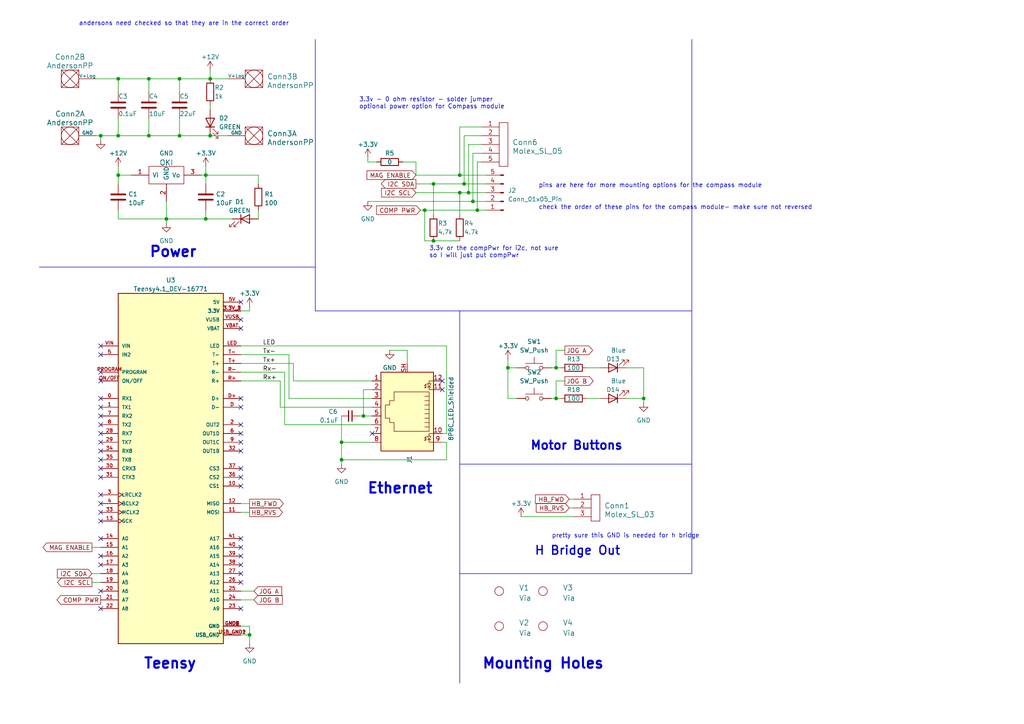
<source format=kicad_sch>
(kicad_sch (version 20230121) (generator eeschema)
  (paper "A4")
  (lib_symbols
    (symbol "Connector:8P8C_LED_Shielded" (pin_names (offset 1.016))
      (property "Reference" "J" (at -5.08 13.97 0))
      (property "Value" "8P8C_LED_Shielded" (at 1.27 13.97 0))
      (symbol "8P8C_LED_Shielded_0_1"
        (polyline (pts (xy -7.62 -7.62) (xy -6.35 -7.62)))
        (polyline (pts (xy -7.62 -5.08) (xy -6.35 -5.08)))
        (polyline (pts (xy -7.62 7.62) (xy -6.35 7.62)))
        (polyline (pts (xy -7.62 10.16) (xy -6.35 10.16)))
        (polyline (pts (xy -6.858 -5.842) (xy -5.842 -5.842)))
        (polyline (pts (xy -6.858 9.398) (xy -5.842 9.398)))
        (polyline (pts (xy -6.35 -7.62) (xy -6.35 -6.858)))
        (polyline (pts (xy -6.35 -5.08) (xy -6.35 -5.842)))
        (polyline (pts (xy -6.35 7.62) (xy -6.35 8.382)))
        (polyline (pts (xy -6.35 10.16) (xy -6.35 9.398)))
        (polyline (pts (xy -5.08 -6.223) (xy -5.207 -6.604)))
        (polyline (pts (xy -5.08 -5.588) (xy -5.207 -5.969)))
        (polyline (pts (xy -5.08 4.445) (xy -6.35 4.445)))
        (polyline (pts (xy -5.08 5.715) (xy -6.35 5.715)))
        (polyline (pts (xy -5.08 9.017) (xy -5.207 8.636)))
        (polyline (pts (xy -5.08 9.652) (xy -5.207 9.271)))
        (polyline (pts (xy -6.35 -3.175) (xy -5.08 -3.175) (xy -5.08 -3.175)))
        (polyline (pts (xy -6.35 -1.905) (xy -5.08 -1.905) (xy -5.08 -1.905)))
        (polyline (pts (xy -6.35 -0.635) (xy -5.08 -0.635) (xy -5.08 -0.635)))
        (polyline (pts (xy -6.35 0.635) (xy -5.08 0.635) (xy -5.08 0.635)))
        (polyline (pts (xy -6.35 1.905) (xy -5.08 1.905) (xy -5.08 1.905)))
        (polyline (pts (xy -5.588 -6.731) (xy -5.08 -6.223) (xy -5.461 -6.35)))
        (polyline (pts (xy -5.588 -6.096) (xy -5.08 -5.588) (xy -5.461 -5.715)))
        (polyline (pts (xy -5.588 8.509) (xy -5.08 9.017) (xy -5.461 8.89)))
        (polyline (pts (xy -5.588 9.144) (xy -5.08 9.652) (xy -5.461 9.525)))
        (polyline (pts (xy -5.08 3.175) (xy -6.35 3.175) (xy -6.35 3.175)))
        (polyline (pts (xy -6.35 -5.842) (xy -6.858 -6.858) (xy -5.842 -6.858) (xy -6.35 -5.842)))
        (polyline (pts (xy -6.35 9.398) (xy -6.858 8.382) (xy -5.842 8.382) (xy -6.35 9.398)))
        (polyline (pts (xy -6.35 -4.445) (xy -6.35 6.985) (xy 3.81 6.985) (xy 3.81 4.445) (xy 5.08 4.445) (xy 5.08 3.175) (xy 6.35 3.175) (xy 6.35 -0.635) (xy 5.08 -0.635) (xy 5.08 -1.905) (xy 3.81 -1.905) (xy 3.81 -4.445) (xy -6.35 -4.445) (xy -6.35 -4.445)))
        (rectangle (start 7.62 12.7) (end -7.62 -10.16) (stroke (width 0.254)) (fill (type background)))
      )
      (symbol "8P8C_LED_Shielded_1_1"
        (pin passive line (at 10.16 -7.62 180) (length 2.54) (name "~") (number "1"))
        (pin passive line (at -10.16 7.62 0) (length 2.54) (name "~") (number "10"))
        (pin passive line (at -10.16 -5.08 0) (length 2.54) (name "~") (number "11"))
        (pin passive line (at -10.16 -7.62 0) (length 2.54) (name "~") (number "12"))
        (pin passive line (at 10.16 -5.08 180) (length 2.54) (name "~") (number "2"))
        (pin passive line (at 10.16 -2.54 180) (length 2.54) (name "~") (number "3"))
        (pin passive line (at 10.16 0 180) (length 2.54) (name "~") (number "4"))
        (pin passive line (at 10.16 2.54 180) (length 2.54) (name "~") (number "5"))
        (pin passive line (at 10.16 5.08 180) (length 2.54) (name "~") (number "6"))
        (pin passive line (at 10.16 7.62 180) (length 2.54) (name "~") (number "7"))
        (pin passive line (at 10.16 10.16 180) (length 2.54) (name "~") (number "8"))
        (pin passive line (at -10.16 10.16 0) (length 2.54) (name "~") (number "9"))
        (pin passive line (at 0 -12.7 90) (length 2.54) (name "~") (number "SH"))
      )
    )
    (symbol "Connector:Conn_01x05_Pin" (pin_names (offset 1.016) hide)
      (property "Reference" "J" (at 0 7.62 0))
      (property "Value" "Conn_01x05_Pin" (at 0 -7.62 0))
      (symbol "Conn_01x05_Pin_1_1"
        (polyline (pts (xy 1.27 -5.08) (xy 0.8636 -5.08)) (stroke (width 0.1524)))
        (polyline (pts (xy 1.27 -2.54) (xy 0.8636 -2.54)) (stroke (width 0.1524)))
        (polyline (pts (xy 1.27 0) (xy 0.8636 0)) (stroke (width 0.1524)))
        (polyline (pts (xy 1.27 2.54) (xy 0.8636 2.54)) (stroke (width 0.1524)))
        (polyline (pts (xy 1.27 5.08) (xy 0.8636 5.08)) (stroke (width 0.1524)))
        (rectangle (start 0.8636 -4.953) (end 0 -5.207) (stroke (width 0.1524)) (fill (type outline)))
        (rectangle (start 0.8636 -2.413) (end 0 -2.667) (stroke (width 0.1524)) (fill (type outline)))
        (rectangle (start 0.8636 0.127) (end 0 -0.127) (stroke (width 0.1524)) (fill (type outline)))
        (rectangle (start 0.8636 2.667) (end 0 2.413) (stroke (width 0.1524)) (fill (type outline)))
        (rectangle (start 0.8636 5.207) (end 0 4.953) (stroke (width 0.1524)) (fill (type outline)))
        (pin passive line (at 5.08 5.08 180) (length 3.81) (name "Pin_1") (number "1"))
        (pin passive line (at 5.08 2.54 180) (length 3.81) (name "Pin_2") (number "2"))
        (pin passive line (at 5.08 0 180) (length 3.81) (name "Pin_3") (number "3"))
        (pin passive line (at 5.08 -2.54 180) (length 3.81) (name "Pin_4") (number "4"))
        (pin passive line (at 5.08 -5.08 180) (length 3.81) (name "Pin_5") (number "5"))
      )
    )
    (symbol "Device:C" (pin_numbers hide) (pin_names (offset 0.254))
      (property "Reference" "C" (at 0.635 2.54 0))
      (property "Value" "C" (at 0.635 -2.54 0))
      (symbol "C_0_1"
        (polyline (pts (xy -2.032 -0.762) (xy 2.032 -0.762)) (stroke (width 0.508)))
        (polyline (pts (xy -2.032 0.762) (xy 2.032 0.762)) (stroke (width 0.508)))
      )
      (symbol "C_1_1"
        (pin passive line (at 0 3.81 270) (length 2.794) (name "~") (number "1"))
        (pin passive line (at 0 -3.81 90) (length 2.794) (name "~") (number "2"))
      )
    )
    (symbol "Device:C_Small" (pin_numbers hide) (pin_names (offset 0.254) hide)
      (property "Reference" "C" (at 0.254 1.778 0))
      (property "Value" "C_Small" (at 0.254 -2.032 0))
      (symbol "C_Small_0_1"
        (polyline (pts (xy -1.524 -0.508) (xy 1.524 -0.508)) (stroke (width 0.3302)))
        (polyline (pts (xy -1.524 0.508) (xy 1.524 0.508)) (stroke (width 0.3048)))
      )
      (symbol "C_Small_1_1"
        (pin passive line (at 0 2.54 270) (length 2.032) (name "~") (number "1"))
        (pin passive line (at 0 -2.54 90) (length 2.032) (name "~") (number "2"))
      )
    )
    (symbol "Device:LED" (pin_numbers hide) (pin_names (offset 1.016) hide)
      (property "Reference" "D" (at 0 2.54 0))
      (property "Value" "LED" (at 0 -2.54 0))
      (symbol "LED_0_1"
        (polyline (pts (xy -1.27 -1.27) (xy -1.27 1.27)) (stroke (width 0.254)))
        (polyline (pts (xy -1.27 0) (xy 1.27 0)))
        (polyline (pts (xy 1.27 -1.27) (xy 1.27 1.27) (xy -1.27 0) (xy 1.27 -1.27)) (stroke (width 0.254)))
        (polyline (pts (xy -3.048 -0.762) (xy -4.572 -2.286) (xy -3.81 -2.286) (xy -4.572 -2.286) (xy -4.572 -1.524)))
        (polyline (pts (xy -1.778 -0.762) (xy -3.302 -2.286) (xy -2.54 -2.286) (xy -3.302 -2.286) (xy -3.302 -1.524)))
      )
      (symbol "LED_1_1"
        (pin passive line (at -3.81 0 0) (length 2.54) (name "K") (number "1"))
        (pin passive line (at 3.81 0 180) (length 2.54) (name "A") (number "2"))
      )
    )
    (symbol "Device:R" (pin_numbers hide) (pin_names (offset 0))
      (property "Reference" "R" (at 2.032 0 90))
      (property "Value" "R" (at 0 0 90))
      (symbol "R_0_1"
        (rectangle (start -1.016 -2.54) (end 1.016 2.54) (stroke (width 0.254)))
      )
      (symbol "R_1_1"
        (pin passive line (at 0 3.81 270) (length 1.27) (name "~") (number "1"))
        (pin passive line (at 0 -3.81 90) (length 1.27) (name "~") (number "2"))
      )
    )
    (symbol "MRDT_Connectors:AndersonPP" (pin_numbers hide) (pin_names (offset 0))
      (property "Reference" "Conn" (at 3.81 -1.27 0))
      (property "Value" "AndersonPP" (at 2.54 6.35 0))
      (symbol "AndersonPP_0_1"
        (polyline (pts (xy 0 5.08) (xy 5.08 0)))
        (polyline (pts (xy 5.08 5.08) (xy 0 0)))
        (rectangle (start 0 0) (end 5.08 5.08))
        (circle (center 2.54 2.54) (radius 2.54))
      )
      (symbol "AndersonPP_1_1"
        (pin input line (at 10.16 2.54 180) (length 5.08) (name "GND") (number "1"))
      )
      (symbol "AndersonPP_2_1"
        (pin input line (at 10.16 2.54 180) (length 5.08) (name "V+Log") (number "2"))
      )
      (symbol "AndersonPP_3_1"
        (pin input line (at 10.16 2.54 180) (length 5.08) (name "V+Act") (number "3"))
      )
      (symbol "AndersonPP_4_1"
        (pin input line (at 10.16 2.54 180) (length 5.08) (name "PV+") (number "4"))
      )
      (symbol "AndersonPP_5_1"
        (pin input line (at 10.16 2.54 180) (length 5.08) (name "~") (number "1"))
      )
    )
    (symbol "MRDT_Connectors:Molex_SL_03" (pin_names (offset 1.016))
      (property "Reference" "Conn" (at 3.81 -1.27 0))
      (property "Value" "Molex_SL_03" (at 1.27 8.89 0))
      (symbol "Molex_SL_03_0_1"
        (rectangle (start 0 7.62) (end 2.54 0))
      )
      (symbol "Molex_SL_03_1_1"
        (pin input line (at -5.08 6.35 0) (length 5.08) (name "~") (number "1"))
        (pin input line (at -5.08 3.81 0) (length 5.08) (name "~") (number "2"))
        (pin input line (at -5.08 1.27 0) (length 5.08) (name "~") (number "3"))
      )
    )
    (symbol "MRDT_Connectors:Molex_SL_05" (pin_names (offset 1.016))
      (property "Reference" "Conn" (at 3.81 -1.27 0))
      (property "Value" "Molex_SL_05" (at 1.27 13.97 0))
      (symbol "Molex_SL_05_0_1"
        (rectangle (start 0 12.7) (end 2.54 0))
      )
      (symbol "Molex_SL_05_1_1"
        (pin input line (at -5.08 11.43 0) (length 5.08) (name "~") (number "1"))
        (pin input line (at -5.08 8.89 0) (length 5.08) (name "~") (number "2"))
        (pin input line (at -5.08 6.35 0) (length 5.08) (name "~") (number "3"))
        (pin input line (at -5.08 3.81 0) (length 5.08) (name "~") (number "4"))
        (pin input line (at -5.08 1.27 0) (length 5.08) (name "~") (number "5"))
      )
    )
    (symbol "MRDT_Devices:OKI" (pin_names (offset 1.016))
      (property "Value" "OKI" (at 5.08 6.35 0))
      (symbol "OKI_0_1"
        (rectangle (start 0 0) (end 10.16 5.08))
      )
      (symbol "OKI_1_1"
        (pin input line (at -5.08 2.54 0) (length 5.08) (name "Vi") (number "1"))
        (pin output line (at 5.08 -5.08 90) (length 5.08) (name "GND") (number "2"))
        (pin output line (at 15.24 2.54 180) (length 5.08) (name "Vo") (number "3"))
      )
    )
    (symbol "MRDT_Drill_Holes:Via" (pin_names (offset 1.016))
      (property "Reference" "V" (at 0 -2.54 0))
      (property "Value" "Via" (at 0 2.54 0))
      (symbol "Via_0_1"
        (circle (center 0 0) (radius 1.27))
      )
      (symbol "Via_1_1"
        (pin input line (at 0 0 0) (length 5.08) hide (name "~") (number "1"))
      )
    )
    (symbol "MRDT_Shields:Teensy4.1_DEV-16771" (pin_names (offset 1.016))
      (property "Reference" "U" (at -15.24 52.07 0))
      (property "Value" "Teensy4.1_DEV-16771" (at -15.24 -53.34 0))
      (symbol "Teensy4.1_DEV-16771_0_0"
        (rectangle (start -15.24 -50.8) (end 15.24 50.8) (stroke (width 0.254)) (fill (type background)))
        (pin bidirectional line (at -20.32 20.32 0) (length 5.08) (name "RX1") (number "0"))
        (pin bidirectional line (at -20.32 17.78 0) (length 5.08) (name "TX1") (number "1"))
        (pin bidirectional line (at 20.32 -5.08 180) (length 5.08) (name "CS1") (number "10"))
        (pin bidirectional line (at 20.32 -12.7 180) (length 5.08) (name "MOSI") (number "11"))
        (pin bidirectional line (at 20.32 -10.16 180) (length 5.08) (name "MISO") (number "12"))
        (pin bidirectional clock (at -20.32 -15.24 0) (length 5.08) (name "SCK") (number "13"))
        (pin bidirectional line (at -20.32 -20.32 0) (length 5.08) (name "A0") (number "14"))
        (pin bidirectional line (at -20.32 -22.86 0) (length 5.08) (name "A1") (number "15"))
        (pin bidirectional line (at -20.32 -25.4 0) (length 5.08) (name "A2") (number "16"))
        (pin bidirectional line (at -20.32 -27.94 0) (length 5.08) (name "A3") (number "17"))
        (pin bidirectional line (at -20.32 -30.48 0) (length 5.08) (name "A4") (number "18"))
        (pin bidirectional line (at -20.32 -33.02 0) (length 5.08) (name "A5") (number "19"))
        (pin output line (at 20.32 12.7 180) (length 5.08) (name "OUT2") (number "2"))
        (pin bidirectional line (at -20.32 -35.56 0) (length 5.08) (name "A6") (number "20"))
        (pin bidirectional line (at -20.32 -38.1 0) (length 5.08) (name "A7") (number "21"))
        (pin bidirectional line (at -20.32 -40.64 0) (length 5.08) (name "A8") (number "22"))
        (pin bidirectional line (at 20.32 -40.64 180) (length 5.08) (name "A9") (number "23"))
        (pin bidirectional line (at 20.32 -38.1 180) (length 5.08) (name "A10") (number "24"))
        (pin bidirectional line (at 20.32 -35.56 180) (length 5.08) (name "A11") (number "25"))
        (pin bidirectional line (at 20.32 -33.02 180) (length 5.08) (name "A12") (number "26"))
        (pin bidirectional line (at 20.32 -30.48 180) (length 5.08) (name "A13") (number "27"))
        (pin bidirectional line (at -20.32 10.16 0) (length 5.08) (name "RX7") (number "28"))
        (pin bidirectional line (at -20.32 7.62 0) (length 5.08) (name "TX7") (number "29"))
        (pin bidirectional clock (at -20.32 -7.62 0) (length 5.08) (name "LRCLK2") (number "3"))
        (pin power_in line (at 20.32 45.72 180) (length 5.08) (name "3.3V") (number "3.3V_1"))
        (pin power_in line (at 20.32 45.72 180) (length 5.08) (name "3.3V") (number "3.3V_2"))
        (pin power_in line (at 20.32 45.72 180) (length 5.08) (name "3.3V") (number "3.3V_3"))
        (pin bidirectional line (at -20.32 0 0) (length 5.08) (name "CRX3") (number "30"))
        (pin bidirectional line (at -20.32 -2.54 0) (length 5.08) (name "CTX3") (number "31"))
        (pin output line (at 20.32 5.08 180) (length 5.08) (name "OUT1B") (number "32"))
        (pin bidirectional clock (at -20.32 -12.7 0) (length 5.08) (name "MCLK2") (number "33"))
        (pin bidirectional line (at -20.32 5.08 0) (length 5.08) (name "RX8") (number "34"))
        (pin bidirectional line (at -20.32 2.54 0) (length 5.08) (name "TX8") (number "35"))
        (pin bidirectional line (at 20.32 -2.54 180) (length 5.08) (name "CS2") (number "36"))
        (pin bidirectional line (at 20.32 0 180) (length 5.08) (name "CS3") (number "37"))
        (pin bidirectional line (at 20.32 -27.94 180) (length 5.08) (name "A14") (number "38"))
        (pin bidirectional line (at 20.32 -25.4 180) (length 5.08) (name "A15") (number "39"))
        (pin bidirectional clock (at -20.32 -10.16 0) (length 5.08) (name "BCLK2") (number "4"))
        (pin bidirectional line (at 20.32 -22.86 180) (length 5.08) (name "A16") (number "40"))
        (pin bidirectional line (at 20.32 -20.32 180) (length 5.08) (name "A17") (number "41"))
        (pin bidirectional line (at -20.32 33.02 0) (length 5.08) (name "IN2") (number "5"))
        (pin power_in line (at 20.32 48.26 180) (length 5.08) (name "5V") (number "5V"))
        (pin output line (at 20.32 10.16 180) (length 5.08) (name "OUT1D") (number "6"))
        (pin bidirectional line (at -20.32 15.24 0) (length 5.08) (name "RX2") (number "7"))
        (pin bidirectional line (at -20.32 12.7 0) (length 5.08) (name "TX2") (number "8"))
        (pin output line (at 20.32 7.62 180) (length 5.08) (name "OUT1C") (number "9"))
        (pin bidirectional line (at 20.32 17.78 180) (length 5.08) (name "D-") (number "D"))
        (pin bidirectional line (at 20.32 20.32 180) (length 5.08) (name "D+") (number "D+"))
        (pin power_in line (at 20.32 -45.72 180) (length 5.08) (name "GND") (number "GND1"))
        (pin power_in line (at 20.32 -45.72 180) (length 5.08) (name "GND") (number "GND2"))
        (pin power_in line (at 20.32 -45.72 180) (length 5.08) (name "GND") (number "GND3"))
        (pin power_in line (at 20.32 -45.72 180) (length 5.08) (name "GND") (number "GND4"))
        (pin power_in line (at 20.32 -45.72 180) (length 5.08) (name "GND") (number "GND5"))
        (pin bidirectional line (at 20.32 35.56 180) (length 5.08) (name "LED") (number "LED"))
        (pin bidirectional line (at -20.32 25.4 0) (length 5.08) (name "ON/OFF") (number "ON/OFF"))
        (pin bidirectional line (at -20.32 27.94 0) (length 5.08) (name "PROGRAM") (number "PROGRAM"))
        (pin bidirectional line (at 20.32 25.4 180) (length 5.08) (name "R+") (number "R+"))
        (pin bidirectional line (at 20.32 27.94 180) (length 5.08) (name "R-") (number "R-"))
        (pin bidirectional line (at 20.32 30.48 180) (length 5.08) (name "T+") (number "T+"))
        (pin bidirectional line (at 20.32 33.02 180) (length 5.08) (name "T-") (number "T-"))
        (pin power_in line (at 20.32 -48.26 180) (length 5.08) (name "USB_GND") (number "USB_GND1"))
        (pin power_in line (at 20.32 -48.26 180) (length 5.08) (name "USB_GND") (number "USB_GND2"))
        (pin passive line (at 20.32 40.64 180) (length 5.08) (name "VBAT") (number "VBAT"))
        (pin input line (at -20.32 35.56 0) (length 5.08) (name "VIN") (number "VIN"))
        (pin passive line (at 20.32 43.18 180) (length 5.08) (name "VUSB") (number "VUSB"))
      )
    )
    (symbol "Switch:SW_Push" (pin_numbers hide) (pin_names (offset 1.016) hide)
      (property "Reference" "SW" (at 1.27 2.54 0))
      (property "Value" "SW_Push" (at 0 -1.524 0))
      (symbol "SW_Push_0_1"
        (circle (center -2.032 0) (radius 0.508))
        (polyline (pts (xy 0 1.27) (xy 0 3.048)))
        (polyline (pts (xy 2.54 1.27) (xy -2.54 1.27)))
        (circle (center 2.032 0) (radius 0.508))
        (pin passive line (at -5.08 0 0) (length 2.54) (name "1") (number "1"))
        (pin passive line (at 5.08 0 180) (length 2.54) (name "2") (number "2"))
      )
    )
    (symbol "power:+12V" (power) (pin_names (offset 0))
      (property "Value" "+12V" (at 0 3.556 0))
      (symbol "+12V_0_1"
        (polyline (pts (xy -0.762 1.27) (xy 0 2.54)))
        (polyline (pts (xy 0 0) (xy 0 2.54)))
        (polyline (pts (xy 0 2.54) (xy 0.762 1.27)))
      )
      (symbol "+12V_1_1"
        (pin power_in line (at 0 0 90) (length 0) hide (name "+12V") (number "1"))
      )
    )
    (symbol "power:+3.3V" (power) (pin_names (offset 0))
      (property "Value" "+3.3V" (at 0 3.556 0))
      (symbol "+3.3V_0_1"
        (polyline (pts (xy -0.762 1.27) (xy 0 2.54)))
        (polyline (pts (xy 0 0) (xy 0 2.54)))
        (polyline (pts (xy 0 2.54) (xy 0.762 1.27)))
      )
      (symbol "+3.3V_1_1"
        (pin power_in line (at 0 0 90) (length 0) hide (name "+3.3V") (number "1"))
      )
    )
    (symbol "power:GND" (power) (pin_names (offset 0))
      (property "Value" "GND" (at 0 -3.81 0))
      (symbol "GND_0_1"
        (polyline (pts (xy 0 0) (xy 0 -1.27) (xy 1.27 -1.27) (xy 0 -2.54) (xy -1.27 -1.27) (xy 0 -1.27)))
      )
      (symbol "GND_1_1"
        (pin power_in line (at 0 0 270) (length 0) hide (name "GND") (number "1"))
      )
    )
  )
  (junction (at 134.62 53.34))
  (junction (at 125.73 53.34))
  (junction (at 52.07 39.37))
  (junction (at 161.29 106.68))
  (junction (at 34.29 22.86))
  (junction (at 34.29 39.37))
  (junction (at 133.35 50.8))
  (junction (at 60.96 39.37))
  (junction (at 59.69 50.8))
  (junction (at 125.73 69.85))
  (junction (at 137.16 58.42))
  (junction (at 135.89 55.88))
  (junction (at 52.07 22.86))
  (junction (at 43.18 39.37))
  (junction (at 60.96 22.86))
  (junction (at 161.29 115.57))
  (junction (at 34.29 50.8))
  (junction (at 133.35 55.88))
  (junction (at 105.41 120.65))
  (junction (at 138.43 60.96))
  (junction (at 29.21 39.37))
  (junction (at 99.06 128.27))
  (junction (at 99.06 133.35))
  (junction (at 123.19 60.96))
  (junction (at 72.39 184.15))
  (junction (at 43.18 22.86))
  (junction (at 147.32 106.68))
  (junction (at 186.69 115.57))
  (junction (at 59.69 63.5))
  (junction (at 48.26 63.5))
  (no_connect (at 29.21 102.87))
  (no_connect (at 29.21 107.95))
  (no_connect (at 29.21 110.49))
  (no_connect (at 29.21 120.65))
  (no_connect (at 29.21 123.19))
  (no_connect (at 29.21 135.89))
  (no_connect (at 29.21 138.43))
  (no_connect (at 29.21 143.51))
  (no_connect (at 29.21 146.05))
  (no_connect (at 29.21 148.59))
  (no_connect (at 29.21 100.33))
  (no_connect (at 29.21 156.21))
  (no_connect (at 29.21 151.13))
  (no_connect (at 29.21 115.57))
  (no_connect (at 29.21 171.45))
  (no_connect (at 29.21 161.29))
  (no_connect (at 69.85 176.53))
  (no_connect (at 29.21 130.81))
  (no_connect (at 29.21 163.83))
  (no_connect (at 29.21 133.35))
  (no_connect (at 107.95 125.73))
  (no_connect (at 29.21 118.11))
  (no_connect (at 69.85 92.71))
  (no_connect (at 69.85 87.63))
  (no_connect (at 69.85 130.81))
  (no_connect (at 69.85 135.89))
  (no_connect (at 69.85 138.43))
  (no_connect (at 69.85 140.97))
  (no_connect (at 69.85 115.57))
  (no_connect (at 69.85 118.11))
  (no_connect (at 69.85 123.19))
  (no_connect (at 69.85 125.73))
  (no_connect (at 69.85 128.27))
  (no_connect (at 69.85 95.25))
  (no_connect (at 69.85 156.21))
  (no_connect (at 69.85 163.83))
  (no_connect (at 69.85 166.37))
  (no_connect (at 69.85 168.91))
  (no_connect (at 69.85 158.75))
  (no_connect (at 69.85 161.29))
  (no_connect (at 29.21 125.73))
  (no_connect (at 29.21 176.53))
  (no_connect (at 29.21 128.27))
  (no_connect (at 128.27 110.49))
  (no_connect (at 128.27 113.03))
  (wire (pts (xy 128.27 128.27) (xy 129.54 128.27)))
  (wire (pts (xy 83.82 102.87) (xy 83.82 115.57)))
  (wire (pts (xy 138.43 60.96) (xy 140.97 60.96)))
  (polyline (pts (xy 200.66 107.95) (xy 200.66 166.37)))
  (wire (pts (xy 161.29 101.6) (xy 163.83 101.6)))
  (wire (pts (xy 120.65 50.8) (xy 133.35 50.8)))
  (wire (pts (xy 134.62 53.34) (xy 140.97 53.34)))
  (wire (pts (xy 59.69 60.96) (xy 59.69 63.5)))
  (wire (pts (xy 52.07 34.29) (xy 52.07 39.37)))
  (wire (pts (xy 165.1 144.78) (xy 166.37 144.78)))
  (wire (pts (xy 121.92 60.96) (xy 123.19 60.96)))
  (wire (pts (xy 34.29 50.8) (xy 34.29 53.34)))
  (wire (pts (xy 135.89 41.91) (xy 135.89 55.88)))
  (wire (pts (xy 133.35 55.88) (xy 133.35 62.23)))
  (wire (pts (xy 34.29 63.5) (xy 48.26 63.5)))
  (wire (pts (xy 120.65 53.34) (xy 125.73 53.34)))
  (polyline (pts (xy 133.35 107.95) (xy 133.35 111.76)))
  (polyline (pts (xy 133.35 90.17) (xy 133.35 107.95)))
  (wire (pts (xy 137.16 44.45) (xy 139.7 44.45)))
  (wire (pts (xy 118.11 101.6) (xy 118.11 105.41)))
  (wire (pts (xy 181.61 115.57) (xy 186.69 115.57)))
  (wire (pts (xy 170.18 106.68) (xy 173.99 106.68)))
  (wire (pts (xy 69.85 105.41) (xy 85.09 105.41)))
  (wire (pts (xy 85.09 110.49) (xy 107.95 110.49)))
  (wire (pts (xy 123.19 69.85) (xy 125.73 69.85)))
  (wire (pts (xy 83.82 115.57) (xy 107.95 115.57)))
  (wire (pts (xy 85.09 105.41) (xy 85.09 110.49)))
  (wire (pts (xy 52.07 39.37) (xy 60.96 39.37)))
  (wire (pts (xy 128.27 125.73) (xy 129.54 125.73)))
  (wire (pts (xy 74.93 53.34) (xy 74.93 50.8)))
  (wire (pts (xy 59.69 50.8) (xy 74.93 50.8)))
  (wire (pts (xy 69.85 100.33) (xy 129.54 100.33)))
  (wire (pts (xy 99.06 128.27) (xy 107.95 128.27)))
  (wire (pts (xy 123.19 60.96) (xy 123.19 69.85)))
  (wire (pts (xy 82.55 107.95) (xy 82.55 123.19)))
  (wire (pts (xy 137.16 44.45) (xy 137.16 58.42)))
  (wire (pts (xy 138.43 46.99) (xy 139.7 46.99)))
  (polyline (pts (xy 91.44 57.15) (xy 91.44 11.43)))
  (wire (pts (xy 43.18 34.29) (xy 43.18 39.37)))
  (wire (pts (xy 125.73 69.85) (xy 133.35 69.85)))
  (wire (pts (xy 60.96 20.32) (xy 60.96 22.86)))
  (wire (pts (xy 48.26 63.5) (xy 59.69 63.5)))
  (wire (pts (xy 81.28 118.11) (xy 107.95 118.11)))
  (wire (pts (xy 149.86 106.68) (xy 147.32 106.68)))
  (wire (pts (xy 134.62 39.37) (xy 139.7 39.37)))
  (wire (pts (xy 165.1 147.32) (xy 166.37 147.32)))
  (wire (pts (xy 34.29 22.86) (xy 34.29 26.67)))
  (wire (pts (xy 186.69 116.84) (xy 186.69 115.57)))
  (polyline (pts (xy 11.43 77.47) (xy 91.44 77.47)))
  (polyline (pts (xy 91.44 77.47) (xy 91.44 90.17)))
  (wire (pts (xy 134.62 39.37) (xy 134.62 53.34)))
  (wire (pts (xy 29.21 40.64) (xy 29.21 39.37)))
  (wire (pts (xy 58.42 50.8) (xy 59.69 50.8)))
  (wire (pts (xy 151.13 149.86) (xy 166.37 149.86)))
  (wire (pts (xy 106.68 46.99) (xy 109.22 46.99)))
  (wire (pts (xy 26.67 166.37) (xy 29.21 166.37)))
  (wire (pts (xy 34.29 34.29) (xy 34.29 39.37)))
  (wire (pts (xy 52.07 22.86) (xy 60.96 22.86)))
  (wire (pts (xy 161.29 106.68) (xy 162.56 106.68)))
  (wire (pts (xy 161.29 115.57) (xy 161.29 110.49)))
  (wire (pts (xy 125.73 53.34) (xy 125.73 62.23)))
  (polyline (pts (xy 91.44 57.15) (xy 91.44 77.47)))
  (wire (pts (xy 82.55 123.19) (xy 107.95 123.19)))
  (wire (pts (xy 161.29 115.57) (xy 162.56 115.57)))
  (wire (pts (xy 170.18 115.57) (xy 173.99 115.57)))
  (wire (pts (xy 106.68 58.42) (xy 137.16 58.42)))
  (wire (pts (xy 69.85 90.17) (xy 72.39 90.17)))
  (wire (pts (xy 161.29 110.49) (xy 163.83 110.49)))
  (wire (pts (xy 72.39 146.05) (xy 69.85 146.05)))
  (wire (pts (xy 133.35 55.88) (xy 135.89 55.88)))
  (wire (pts (xy 120.65 46.99) (xy 116.84 46.99)))
  (wire (pts (xy 105.41 113.03) (xy 105.41 120.65)))
  (wire (pts (xy 133.35 36.83) (xy 139.7 36.83)))
  (wire (pts (xy 72.39 184.15) (xy 72.39 181.61)))
  (wire (pts (xy 26.67 168.91) (xy 29.21 168.91)))
  (wire (pts (xy 135.89 55.88) (xy 140.97 55.88)))
  (wire (pts (xy 38.1 50.8) (xy 34.29 50.8)))
  (wire (pts (xy 133.35 50.8) (xy 140.97 50.8)))
  (polyline (pts (xy 91.44 90.17) (xy 200.66 90.17)))
  (wire (pts (xy 59.69 50.8) (xy 59.69 53.34)))
  (polyline (pts (xy 200.66 11.43) (xy 200.66 107.95)))
  (wire (pts (xy 43.18 22.86) (xy 43.18 26.67)))
  (wire (pts (xy 27.94 22.86) (xy 34.29 22.86)))
  (wire (pts (xy 138.43 46.99) (xy 138.43 60.96)))
  (wire (pts (xy 129.54 128.27) (xy 129.54 133.35)))
  (wire (pts (xy 160.02 115.57) (xy 161.29 115.57)))
  (wire (pts (xy 181.61 106.68) (xy 186.69 106.68)))
  (wire (pts (xy 69.85 102.87) (xy 83.82 102.87)))
  (wire (pts (xy 43.18 39.37) (xy 52.07 39.37)))
  (wire (pts (xy 72.39 181.61) (xy 69.85 181.61)))
  (wire (pts (xy 123.19 60.96) (xy 138.43 60.96)))
  (wire (pts (xy 147.32 106.68) (xy 147.32 115.57)))
  (wire (pts (xy 133.35 36.83) (xy 133.35 50.8)))
  (wire (pts (xy 59.69 63.5) (xy 67.31 63.5)))
  (wire (pts (xy 137.16 58.42) (xy 140.97 58.42)))
  (wire (pts (xy 74.93 60.96) (xy 74.93 63.5)))
  (wire (pts (xy 72.39 184.15) (xy 69.85 184.15)))
  (wire (pts (xy 147.32 104.14) (xy 147.32 106.68)))
  (wire (pts (xy 66.04 22.86) (xy 60.96 22.86)))
  (wire (pts (xy 59.69 48.26) (xy 59.69 50.8)))
  (wire (pts (xy 43.18 22.86) (xy 52.07 22.86)))
  (wire (pts (xy 99.06 133.35) (xy 129.54 133.35)))
  (wire (pts (xy 81.28 110.49) (xy 81.28 118.11)))
  (wire (pts (xy 27.94 39.37) (xy 29.21 39.37)))
  (wire (pts (xy 69.85 173.99) (xy 73.66 173.99)))
  (wire (pts (xy 69.85 171.45) (xy 73.66 171.45)))
  (wire (pts (xy 125.73 53.34) (xy 134.62 53.34)))
  (wire (pts (xy 60.96 39.37) (xy 66.04 39.37)))
  (wire (pts (xy 34.29 22.86) (xy 43.18 22.86)))
  (wire (pts (xy 60.96 31.75) (xy 60.96 30.48)))
  (wire (pts (xy 34.29 60.96) (xy 34.29 63.5)))
  (wire (pts (xy 72.39 186.69) (xy 72.39 184.15)))
  (wire (pts (xy 120.65 55.88) (xy 133.35 55.88)))
  (wire (pts (xy 99.06 120.65) (xy 99.06 128.27)))
  (wire (pts (xy 105.41 120.65) (xy 107.95 120.65)))
  (wire (pts (xy 72.39 88.9) (xy 72.39 90.17)))
  (wire (pts (xy 135.89 41.91) (xy 139.7 41.91)))
  (wire (pts (xy 120.65 46.99) (xy 120.65 50.8)))
  (wire (pts (xy 99.06 134.62) (xy 99.06 133.35)))
  (wire (pts (xy 52.07 22.86) (xy 52.07 26.67)))
  (wire (pts (xy 34.29 39.37) (xy 43.18 39.37)))
  (wire (pts (xy 69.85 110.49) (xy 81.28 110.49)))
  (wire (pts (xy 106.68 45.72) (xy 106.68 46.99)))
  (wire (pts (xy 48.26 58.42) (xy 48.26 63.5)))
  (polyline (pts (xy 133.35 134.62) (xy 200.66 134.62)))
  (wire (pts (xy 99.06 133.35) (xy 99.06 128.27)))
  (wire (pts (xy 186.69 115.57) (xy 186.69 106.68)))
  (wire (pts (xy 147.32 115.57) (xy 149.86 115.57)))
  (wire (pts (xy 29.21 39.37) (xy 34.29 39.37)))
  (wire (pts (xy 161.29 101.6) (xy 161.29 106.68)))
  (wire (pts (xy 160.02 106.68) (xy 161.29 106.68)))
  (wire (pts (xy 69.85 107.95) (xy 82.55 107.95)))
  (wire (pts (xy 26.67 158.75) (xy 29.21 158.75)))
  (wire (pts (xy 105.41 120.65) (xy 104.14 120.65)))
  (wire (pts (xy 48.26 63.5) (xy 48.26 64.77)))
  (wire (pts (xy 107.95 113.03) (xy 105.41 113.03)))
  (polyline (pts (xy 133.35 166.37) (xy 200.66 166.37)))
  (wire (pts (xy 113.03 101.6) (xy 118.11 101.6)))
  (wire (pts (xy 34.29 48.26) (xy 34.29 50.8)))
  (polyline (pts (xy 133.35 111.76) (xy 133.35 198.12)))
  (wire (pts (xy 129.54 100.33) (xy 129.54 125.73)))
  (wire (pts (xy 72.39 148.59) (xy 69.85 148.59)))
  (text "andersons need checked so that they are in the correct order" (at 22.86 7.62 0) (effects (font (size 1.27 1.27)) (justify left bottom)))
  (text "Motor Buttons" (at 153.67 130.81 0) (effects (font (size 2.5 2.5) (thickness 0.5) bold) (justify left bottom)))
  (text "3.3v - 0 ohm resistor - solder jumper\noptional power option for Compass module" (at 104.14 31.75 0) (effects (font (size 1.27 1.27)) (justify left bottom)))
  (text "H Bridge Out" (at 154.94 161.29 0) (effects (font (size 2.5 2.5) (thickness 0.4) bold) (justify left bottom)))
  (text "Ethernet" (at 125.73 143.51 0) (effects (font (size 3 3) bold) (justify right bottom)))
  (text "Mounting Holes" (at 139.7 194.31 0) (effects (font (size 3 3) (thickness 0.6) bold) (justify left bottom)))
  (text "pretty sure this GND is needed for h bridge" (at 160.02 156.21 0) (effects (font (size 1.27 1.27)) (justify left bottom)))
  (text "Power" (at 43.18 74.93 0) (effects (font (size 3 3) bold) (justify left bottom)))
  (text "Teensy" (at 57.15 194.31 0) (effects (font (size 3 3) bold) (justify right bottom)))
  (text "check the order of these pins for the compass module- make sure not reversed" (at 156.21 60.96 0) (effects (font (size 1.27 1.27)) (justify left bottom)))
  (text "3.3v or the compPwr for i2c, not sure \nso I will just put compPwr" (at 124.46 74.93 0) (effects (font (size 1.27 1.27)) (justify left bottom)))
  (text "pins are here for more mounting options for the compass module" (at 156.21 54.61 0) (effects (font (size 1.27 1.27)) (justify left bottom)))
  (label "Rx+" (at 76.2 110.49 0))
  (label "LED" (at 76.2 100.33 0))
  (label "Tx+" (at 76.2 105.41 0))
  (label "Tx-" (at 76.2 102.87 0))
  (label "Rx-" (at 76.2 107.95 0))
  (global_label "HB_RVS" (shape output) (at 72.39 148.59 0) (property "Intersheetrefs" "${INTERSHEET_REFS}" (effects hide)))
  (global_label "JOG B" (shape input) (at 73.66 173.99 0) (property "Intersheetrefs" "${INTERSHEET_REFS}" (effects hide)))
  (global_label "HB_FWD" (shape output) (at 72.39 146.05 0) (property "Intersheetrefs" "${INTERSHEET_REFS}" (effects hide)))
  (global_label "HB_RVS" (shape input) (at 165.1 147.32 180) (property "Intersheetrefs" "${INTERSHEET_REFS}" (effects hide)))
  (global_label "I2C SDA" (shape output) (at 120.65 53.34 180) (property "Intersheetrefs" "${INTERSHEET_REFS}" (effects hide)))
  (global_label "JOG A" (shape output) (at 163.83 101.6 0) (property "Intersheetrefs" "${INTERSHEET_REFS}" (effects hide)))
  (global_label "HB_FWD" (shape input) (at 165.1 144.78 180) (property "Intersheetrefs" "${INTERSHEET_REFS}" (effects hide)))
  (global_label "MAG ENABLE" (shape output) (at 26.67 158.75 180) (property "Intersheetrefs" "${INTERSHEET_REFS}" (effects hide)))
  (global_label "JOG A" (shape input) (at 73.66 171.45 0) (property "Intersheetrefs" "${INTERSHEET_REFS}" (effects hide)))
  (global_label "COMP PWR" (shape output) (at 29.21 173.99 180) (property "Intersheetrefs" "${INTERSHEET_REFS}" (effects hide)))
  (global_label "JOG B" (shape output) (at 163.83 110.49 0) (property "Intersheetrefs" "${INTERSHEET_REFS}" (effects hide)))
  (global_label "I2C SCL" (shape output) (at 26.67 168.91 180) (property "Intersheetrefs" "${INTERSHEET_REFS}" (effects hide)))
  (global_label "I2C SCL" (shape input) (at 120.65 55.88 180) (property "Intersheetrefs" "${INTERSHEET_REFS}" (effects hide)))
  (global_label "MAG ENABLE" (shape input) (at 120.65 50.8 180) (property "Intersheetrefs" "${INTERSHEET_REFS}" (effects hide)))
  (global_label "COMP PWR" (shape input) (at 121.92 60.96 180) (property "Intersheetrefs" "${INTERSHEET_REFS}" (effects hide)))
  (global_label "I2C SDA" (shape input) (at 26.67 166.37 180) (property "Intersheetrefs" "${INTERSHEET_REFS}" (effects hide)))
  (symbol (lib_id "Device:R") (at 125.73 66.04 180) (unit 1)
    (property "Reference" "R3" (at 127 64.77 0) (effects (justify right)))
    (property "Value" "4.7k" (at 127 67.31 0) (effects (justify right)))
    (property "Footprint" "Resistor_SMD:R_0603_1608Metric_Pad0.98x0.95mm_HandSolder" (effects hide))
  )
  (symbol (lib_id "power:+12V") (at 60.96 20.32 0) (unit 1)
    (property "Reference" "#PWR013" (effects hide))
    (property "Value" "+12V" (at 60.96 16.51 0))
  )
  (symbol (lib_id "Connector:Conn_01x05_Pin") (at 146.05 55.88 180) (unit 1)
    (property "Reference" "J2" (at 147.32 55.245 0) (effects (justify right)))
    (property "Value" "Conn_01x05_Pin" (at 147.32 57.785 0) (effects (justify right)))
    (property "Footprint" "Connector_PinHeader_2.54mm:PinHeader_1x05_P2.54mm_Vertical" (effects hide))
  )
  (symbol (lib_id "Device:R") (at 166.37 106.68 90) (unit 1)
    (property "Reference" "R13" (at 166.37 104.14 90))
    (property "Value" "100" (at 166.37 106.68 90))
    (property "Footprint" "Resistor_SMD:R_0603_1608Metric_Pad0.98x0.95mm_HandSolder" (effects hide))
  )
  (symbol (lib_id "MRDT_Connectors:Molex_SL_03") (at 171.45 151.13 0) (unit 1)
    (property "Reference" "Conn1" (at 175.26 146.685 0) (effects (font (size 1.524 1.524)) (justify left)))
    (property "Value" "Molex_SL_03" (at 175.26 149.225 0) (effects (font (size 1.524 1.524)) (justify left)))
    (property "Footprint" "MRDT_Connectors:MOLEX_SL_03_Vertical" (effects hide))
  )
  (symbol (lib_id "MRDT_Connectors:AndersonPP") (at 76.2 20.32 180) (unit 2)
    (property "Reference" "Conn3" (at 77.47 22.225 0) (effects (font (size 1.524 1.524)) (justify right)))
    (property "Value" "AndersonPP" (at 77.47 24.765 0) (effects (font (size 1.524 1.524)) (justify right)))
    (property "Footprint" "MRDT_Connectors:Square_Anderson_2_H_Side_By_Side" (effects hide))
  )
  (symbol (lib_id "Device:C") (at 43.18 30.48 0) (unit 1)
    (property "Reference" "C4" (at 43.18 27.94 0) (effects (justify left)))
    (property "Value" "10uF" (at 43.18 33.02 0) (effects (justify left)))
    (property "Footprint" "Capacitor_SMD:C_0603_1608Metric_Pad1.08x0.95mm_HandSolder" (effects hide))
  )
  (symbol (lib_id "MRDT_Connectors:AndersonPP") (at 17.78 41.91 0) (unit 1)
    (property "Reference" "Conn2" (at 20.32 33.02 0) (effects (font (size 1.524 1.524))))
    (property "Value" "AndersonPP" (at 20.32 35.56 0) (effects (font (size 1.524 1.524))))
    (property "Footprint" "MRDT_Connectors:Square_Anderson_2_H_Side_By_Side" (effects hide))
  )
  (symbol (lib_id "Device:LED") (at 60.96 35.56 90) (unit 1)
    (property "Reference" "D2" (at 63.5 34.29 90) (effects (justify right)))
    (property "Value" "GREEN" (at 63.5 36.83 90) (effects (justify right)))
    (property "Footprint" "Diode_SMD:D_0603_1608Metric_Pad1.05x0.95mm_HandSolder" (effects hide))
  )
  (symbol (lib_id "Device:C") (at 59.69 57.15 0) (unit 1)
    (property "Reference" "C2" (at 62.611 56.3153 0) (effects (justify left)))
    (property "Value" "10uF" (at 62.611 58.8522 0) (effects (justify left)))
    (property "Footprint" "Capacitor_SMD:C_0603_1608Metric_Pad1.08x0.95mm_HandSolder" (effects hide))
  )
  (symbol (lib_id "Device:R") (at 113.03 46.99 90) (unit 1)
    (property "Reference" "R5" (at 113.03 44.45 90))
    (property "Value" "0" (at 113.03 46.99 90))
    (property "Footprint" "Resistor_SMD:R_0603_1608Metric_Pad0.98x0.95mm_HandSolder" (effects hide))
  )
  (symbol (lib_id "Switch:SW_Push") (at 154.94 115.57 0) (unit 1)
    (property "Reference" "SW2" (at 154.94 107.95 0))
    (property "Value" "SW_Push" (at 154.94 110.49 0))
    (property "Footprint" "Button_Switch_SMD:SW_SPST_TL3305A" (effects hide))
  )
  (symbol (lib_id "power:GND") (at 186.69 116.84 0) (unit 1)
    (property "Reference" "#PWR010" (effects hide))
    (property "Value" "GND" (at 186.69 121.92 0))
  )
  (symbol (lib_id "power:GND") (at 48.26 64.77 0) (unit 1)
    (property "Reference" "#PWR07" (effects hide))
    (property "Value" "GND" (at 48.26 69.85 0))
  )
  (symbol (lib_id "Device:LED") (at 71.12 63.5 0) (unit 1)
    (property "Reference" "D1" (at 69.5325 58.5302 0))
    (property "Value" "GREEN" (at 69.5325 61.0671 0))
    (property "Footprint" "Diode_SMD:D_0603_1608Metric_Pad1.05x0.95mm_HandSolder" (effects hide))
  )
  (symbol (lib_id "MRDT_Drill_Holes:Via") (at 144.78 181.61 0) (unit 1)
    (property "Reference" "V2" (at 150.495 180.6338 0) (effects (font (size 1.524 1.524)) (justify left)))
    (property "Value" "Via" (at 150.495 183.6272 0) (effects (font (size 1.524 1.524)) (justify left)))
    (property "Footprint" "MRDT_Drill_Holes:4_40_Hole_Corner" (effects hide))
  )
  (symbol (lib_id "Device:R") (at 74.93 57.15 0) (unit 1)
    (property "Reference" "R1" (at 76.708 56.3153 0) (effects (justify left)))
    (property "Value" "100" (at 76.708 58.8522 0) (effects (justify left)))
    (property "Footprint" "Resistor_SMD:R_0603_1608Metric_Pad0.98x0.95mm_HandSolder" (effects hide))
  )
  (symbol (lib_id "MRDT_Drill_Holes:Via") (at 157.48 181.61 0) (unit 1)
    (property "Reference" "V4" (at 163.195 180.6338 0) (effects (font (size 1.524 1.524)) (justify left)))
    (property "Value" "Via" (at 163.195 183.6272 0) (effects (font (size 1.524 1.524)) (justify left)))
    (property "Footprint" "MRDT_Drill_Holes:4_40_Hole_Corner" (effects hide))
  )
  (symbol (lib_id "MRDT_Drill_Holes:Via") (at 144.78 171.45 0) (unit 1)
    (property "Reference" "V1" (at 150.495 170.4738 0) (effects (font (size 1.524 1.524)) (justify left)))
    (property "Value" "Via" (at 150.495 173.4672 0) (effects (font (size 1.524 1.524)) (justify left)))
    (property "Footprint" "MRDT_Drill_Holes:4_40_Hole_Corner" (effects hide))
  )
  (symbol (lib_id "power:+3.3V") (at 106.68 45.72 0) (unit 1)
    (property "Reference" "#PWR02" (effects hide))
    (property "Value" "+3.3V" (at 106.68 41.91 0))
  )
  (symbol (lib_id "power:GND") (at 113.03 101.6 0) (unit 1)
    (property "Reference" "#PWR04" (effects hide))
    (property "Value" "GND" (at 113.03 106.68 0))
  )
  (symbol (lib_id "MRDT_Drill_Holes:Via") (at 157.48 171.45 0) (unit 1)
    (property "Reference" "V3" (at 163.195 170.4738 0) (effects (font (size 1.524 1.524)) (justify left)))
    (property "Value" "Via" (at 163.195 173.4672 0) (effects (font (size 1.524 1.524)) (justify left)))
    (property "Footprint" "MRDT_Drill_Holes:4_40_Hole_Corner" (effects hide))
  )
  (symbol (lib_id "Device:C") (at 34.29 57.15 0) (unit 1)
    (property "Reference" "C1" (at 37.211 56.3153 0) (effects (justify left)))
    (property "Value" "10uF" (at 37.211 58.8522 0) (effects (justify left)))
    (property "Footprint" "Capacitor_SMD:C_0603_1608Metric_Pad1.08x0.95mm_HandSolder" (effects hide))
  )
  (symbol (lib_id "MRDT_Devices:OKI") (at 43.18 53.34 0) (unit 1)
    (property "Reference" "U1" (effects hide))
    (property "Value" "OKI" (at 48.26 47.1693 0) (effects (font (size 1.524 1.524))))
    (property "Footprint" "MRDT_Devices:OKI_Horizontal" (effects hide))
  )
  (symbol (lib_id "power:+3.3V") (at 151.13 149.86 0) (unit 1)
    (property "Reference" "#PWR01" (effects hide))
    (property "Value" "+3.3V" (at 151.13 146.05 0))
  )
  (symbol (lib_id "MRDT_Connectors:AndersonPP") (at 76.2 36.83 180) (unit 1)
    (property "Reference" "Conn3" (at 77.47 38.735 0) (effects (font (size 1.524 1.524)) (justify right)))
    (property "Value" "AndersonPP" (at 77.47 41.275 0) (effects (font (size 1.524 1.524)) (justify right)))
    (property "Footprint" "MRDT_Connectors:Square_Anderson_2_H_Side_By_Side" (effects hide))
  )
  (symbol (lib_id "MRDT_Connectors:Molex_SL_05") (at 144.78 48.26 0) (unit 1)
    (property "Reference" "Conn6" (at 148.59 41.275 0) (effects (font (size 1.524 1.524)) (justify left)))
    (property "Value" "Molex_SL_05" (at 148.59 43.815 0) (effects (font (size 1.524 1.524)) (justify left)))
    (property "Footprint" "MRDT_Connectors:MOLEX_SL_05_Vertical" (effects hide))
  )
  (symbol (lib_id "power:GND") (at 29.21 40.64 0) (unit 1)
    (property "Reference" "#PWR09" (effects hide))
    (property "Value" "GND" (at 48.26 44.45 0))
  )
  (symbol (lib_id "power:+3.3V") (at 147.32 104.14 0) (unit 1)
    (property "Reference" "#PWR022" (effects hide))
    (property "Value" "+3.3V" (at 147.32 100.33 0))
  )
  (symbol (lib_id "power:+12V") (at 34.29 48.26 0) (unit 1)
    (property "Reference" "#PWR011" (effects hide))
    (property "Value" "+12V" (at 34.29 44.45 0))
  )
  (symbol (lib_id "Device:LED") (at 177.8 106.68 180) (unit 1)
    (property "Reference" "D13" (at 177.8 104.14 0))
    (property "Value" "Blue" (at 179.3875 101.6 0))
    (property "Footprint" "LED_SMD:LED_0603_1608Metric_Pad1.05x0.95mm_HandSolder" (effects hide))
  )
  (symbol (lib_id "power:GND") (at 106.68 58.42 0) (unit 1)
    (property "Reference" "#PWR03" (effects hide))
    (property "Value" "GND" (at 106.68 63.5 0))
  )
  (symbol (lib_id "power:+3.3V") (at 59.69 48.26 0) (unit 1)
    (property "Reference" "#PWR024" (effects hide))
    (property "Value" "+3.3V" (at 59.69 44.45 0))
  )
  (symbol (lib_id "Device:LED") (at 177.8 115.57 180) (unit 1)
    (property "Reference" "D14" (at 177.8 113.03 0))
    (property "Value" "Blue" (at 179.3875 110.49 0))
    (property "Footprint" "LED_SMD:LED_0603_1608Metric_Pad1.05x0.95mm_HandSolder" (effects hide))
  )
  (symbol (lib_id "Device:C") (at 34.29 30.48 0) (unit 1)
    (property "Reference" "C3" (at 34.29 27.94 0) (effects (justify left)))
    (property "Value" "0.1uF" (at 34.29 33.02 0) (effects (justify left)))
    (property "Footprint" "Capacitor_SMD:C_0603_1608Metric_Pad1.08x0.95mm_HandSolder" (effects hide))
  )
  (symbol (lib_id "Switch:SW_Push") (at 154.94 106.68 0) (unit 1)
    (property "Reference" "SW1" (at 154.94 99.06 0))
    (property "Value" "SW_Push" (at 154.94 101.6 0))
    (property "Footprint" "Button_Switch_SMD:SW_SPST_TL3305A" (effects hide))
  )
  (symbol (lib_id "power:GND") (at 72.39 186.69 0) (unit 1)
    (property "Reference" "#PWR06" (effects hide))
    (property "Value" "GND" (at 72.39 191.77 0))
  )
  (symbol (lib_id "power:GND") (at 99.06 134.62 0) (unit 1)
    (property "Reference" "#PWR05" (effects hide))
    (property "Value" "GND" (at 99.06 139.7 0))
  )
  (symbol (lib_id "power:+3.3V") (at 72.39 88.9 0) (unit 1)
    (property "Reference" "#PWR014" (effects hide))
    (property "Value" "+3.3V" (at 72.39 85.09 0))
  )
  (symbol (lib_id "Connector:8P8C_LED_Shielded") (at 118.11 118.11 180) (unit 1)
    (property "Reference" "J1" (at 118.745 132.08 90) (effects (justify left)))
    (property "Value" "8P8C_LED_Shielded" (at 130.81 109.22 90) (effects (justify left)))
    (property "Footprint" "MRDT_Connectors:RJ45_Teensy" (effects hide))
  )
  (symbol (lib_id "Device:R") (at 166.37 115.57 90) (unit 1)
    (property "Reference" "R18" (at 166.37 113.03 90))
    (property "Value" "100" (at 166.37 115.57 90))
    (property "Footprint" "Resistor_SMD:R_0603_1608Metric_Pad0.98x0.95mm_HandSolder" (effects hide))
  )
  (symbol (lib_id "Device:C_Small") (at 101.6 120.65 270) (unit 1)
    (property "Reference" "C6" (at 95.25 119.38 90) (effects (justify left)))
    (property "Value" "0.1uF" (at 92.71 121.92 90) (effects (justify left)))
    (property "Footprint" "Capacitor_SMD:C_0603_1608Metric_Pad1.08x0.95mm_HandSolder" (effects hide))
  )
  (symbol (lib_id "Device:R") (at 60.96 26.67 180) (unit 1)
    (property "Reference" "R2" (at 62.23 25.4 0) (effects (justify right)))
    (property "Value" "1k" (at 62.23 27.94 0) (effects (justify right)))
    (property "Footprint" "Resistor_SMD:R_0603_1608Metric_Pad0.98x0.95mm_HandSolder" (effects hide))
  )
  (symbol (lib_id "Device:C") (at 52.07 30.48 0) (unit 1)
    (property "Reference" "C5" (at 52.07 27.94 0) (effects (justify left)))
    (property "Value" "22uF" (at 52.07 33.02 0) (effects (justify left)))
    (property "Footprint" "Capacitor_SMD:C_0603_1608Metric_Pad1.08x0.95mm_HandSolder" (effects hide))
  )
  (symbol (lib_id "MRDT_Connectors:AndersonPP") (at 17.78 25.4 0) (unit 2)
    (property "Reference" "Conn2" (at 20.32 16.51 0) (effects (font (size 1.524 1.524))))
    (property "Value" "AndersonPP" (at 20.32 19.05 0) (effects (font (size 1.524 1.524))))
    (property "Footprint" "MRDT_Connectors:Square_Anderson_2_H_Side_By_Side" (effects hide))
  )
  (symbol (lib_id "MRDT_Shields:Teensy4.1_DEV-16771") (at 49.53 135.89 0) (unit 1)
    (property "Reference" "U3" (at 49.53 81.28 0))
    (property "Value" "Teensy4.1_DEV-16771" (at 49.53 83.82 0))
    (property "Footprint" "MRDT_Shields:Teensy_4_1_Ethernet" (effects hide))
    (property "STANDARD" "Manufacturer recommendations" (effects hide))
    (property "MAXIMUM_PACKAGE_HEIGHT" "4.07mm" (effects hide))
    (property "MANUFACTURER" "SparkFun Electronics" (effects hide))
    (property "PARTREV" "4.1" (effects hide))
  )
  (symbol (lib_id "Device:R") (at 133.35 66.04 180) (unit 1)
    (property "Reference" "R4" (at 134.62 64.77 0) (effects (justify right)))
    (property "Value" "4.7k" (at 134.62 67.31 0) (effects (justify right)))
    (property "Footprint" "Resistor_SMD:R_0603_1608Metric_Pad0.98x0.95mm_HandSolder" (effects hide))
  )
)
</source>
